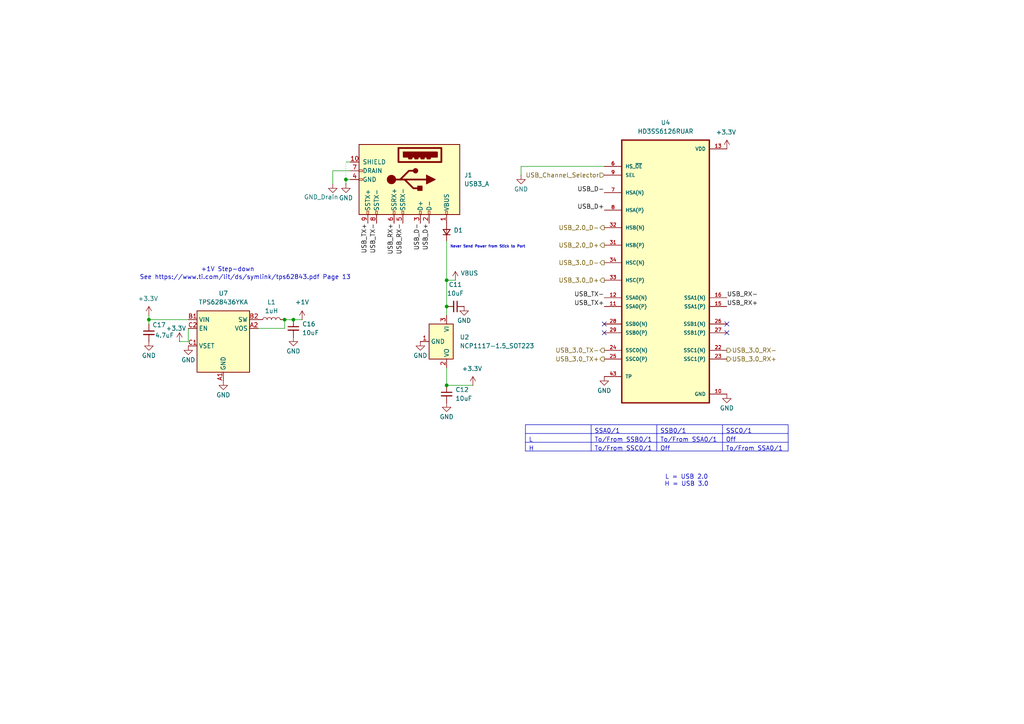
<source format=kicad_sch>
(kicad_sch (version 20250114) (generator "eeschema") (generator_version "9.0")
  (paper "A4")
  (lib_symbols
    (symbol "Connector:USB3_A" (pin_names (offset 1.016))
      (property "Reference" "J" (at -10.16 15.24 0))
      (property "Value" "USB3_A" (at 10.16 15.24 0))
      (symbol "USB3_A_0_0"
        (rectangle (start -9.144 8.636) (end -5.08 -3.81) (stroke (width 0.508)))
        (rectangle (start -7.874 7.366) (end -6.604 -2.286) (stroke (width 0.508)) (fill (type outline)))
        (rectangle (start -6.35 5.334) (end -6.096 4.572) (stroke (width 0.508)))
        (rectangle (start -6.35 3.556) (end -6.096 2.794) (stroke (width 0.508)))
        (rectangle (start -6.35 1.778) (end -6.096 1.016) (stroke (width 0.508)))
        (rectangle (start -6.35 0) (end -6.096 -0.762) (stroke (width 0.508)))
        (rectangle (start -2.794 -15.24) (end -2.286 -14.224))
        (rectangle (start -0.254 -15.24) (end 0.254 -14.224))
        (rectangle (start 10.16 10.414) (end 9.144 9.906))
        (rectangle (start 10.16 5.334) (end 9.144 4.826))
        (rectangle (start 10.16 2.794) (end 9.144 2.286))
        (rectangle (start 10.16 -2.286) (end 9.144 -2.794))
        (rectangle (start 10.16 -4.826) (end 9.144 -5.334))
        (rectangle (start 10.16 -9.906) (end 9.144 -10.414))
        (rectangle (start 10.16 -12.446) (end 9.144 -12.954))
      )
      (symbol "USB3_A_0_1"
        (rectangle (start -10.16 13.97) (end 10.16 -15.24) (stroke (width 0.254)) (fill (type background)))
      )
      (symbol "USB3_A_1_1"
        (circle (center -2.54 1.143) (radius 0.635) (stroke (width 0.254)) (fill (type outline)))
        (polyline (pts (xy -1.27 4.318) (xy 0 6.858) (xy 1.27 4.318) (xy -1.27 4.318)) (stroke (width 0.254)) (fill (type outline)))
        (polyline (pts (xy 0 -2.032) (xy 2.54 0.508) (xy 2.54 1.778)) (stroke (width 0.508)))
        (polyline (pts (xy 0 -3.302) (xy -2.54 -0.762) (xy -2.54 0.508)) (stroke (width 0.508)))
        (polyline (pts (xy 0 -5.842) (xy 0 4.318)) (stroke (width 0.508)))
        (circle (center 0 -5.842) (radius 1.27) (fill (type outline)))
        (rectangle (start 1.905 1.778) (end 3.175 3.048) (stroke (width 0.254)) (fill (type outline)))
        (pin passive line (at -5.08 -17.78 90) (length 2.54) (name "SHIELD") (number "10"))
        (pin passive line (at -2.54 -17.78 90) (length 2.54) (name "DRAIN") (number "7"))
        (pin power_in line (at 0 -17.78 90) (length 2.54) (name "GND") (number "4"))
        (pin power_in line (at 12.7 10.16 180) (length 2.54) (name "VBUS") (number "1"))
        (pin bidirectional line (at 12.7 5.08 180) (length 2.54) (name "D-") (number "2"))
        (pin bidirectional line (at 12.7 2.54 180) (length 2.54) (name "D+") (number "3"))
        (pin output line (at 12.7 -2.54 180) (length 2.54) (name "SSRX-") (number "5"))
        (pin output line (at 12.7 -5.08 180) (length 2.54) (name "SSRX+") (number "6"))
        (pin input line (at 12.7 -10.16 180) (length 2.54) (name "SSTX-") (number "8"))
        (pin input line (at 12.7 -12.7 180) (length 2.54) (name "SSTX+") (number "9"))
      )
    )
    (symbol "Device:C_Small" (pin_numbers (hide yes)) (pin_names (offset 0.254) (hide yes))
      (property "Reference" "C" (at 0.254 1.778 0))
      (property "Value" "C_Small" (at 0.254 -2.032 0))
      (symbol "C_Small_0_1"
        (polyline (pts (xy -1.524 0.508) (xy 1.524 0.508)) (stroke (width 0.3048)))
        (polyline (pts (xy -1.524 -0.508) (xy 1.524 -0.508)) (stroke (width 0.3302)))
      )
      (symbol "C_Small_1_1"
        (pin passive line (at 0 2.54 270) (length 2.032) (name "~") (number "1"))
        (pin passive line (at 0 -2.54 90) (length 2.032) (name "~") (number "2"))
      )
    )
    (symbol "Device:D_Small" (pin_numbers (hide yes)) (pin_names (offset 0.254) (hide yes))
      (property "Reference" "D" (at -1.27 2.032 0))
      (property "Value" "D_Small" (at -3.81 -2.032 0))
      (symbol "D_Small_0_1"
        (polyline (pts (xy -0.762 0) (xy 0.762 0)))
        (polyline (pts (xy -0.762 -1.016) (xy -0.762 1.016)) (stroke (width 0.254)))
        (polyline (pts (xy 0.762 -1.016) (xy -0.762 0) (xy 0.762 1.016) (xy 0.762 -1.016)) (stroke (width 0.254)))
      )
      (symbol "D_Small_1_1"
        (pin passive line (at -2.54 0 0) (length 1.778) (name "K") (number "1"))
        (pin passive line (at 2.54 0 180) (length 1.778) (name "A") (number "2"))
      )
    )
    (symbol "Device:L" (pin_numbers (hide yes)) (pin_names (offset 1.016) (hide yes))
      (property "Reference" "L" (at -1.27 0 90))
      (property "Value" "L" (at 1.905 0 90))
      (symbol "L_0_1"
        (arc (start 0 2.54) (mid 0.6323 1.905) (end 0 1.27))
        (arc (start 0 1.27) (mid 0.6323 0.635) (end 0 0))
        (arc (start 0 0) (mid 0.6323 -0.635) (end 0 -1.27))
        (arc (start 0 -1.27) (mid 0.6323 -1.905) (end 0 -2.54))
      )
      (symbol "L_1_1"
        (pin passive line (at 0 3.81 270) (length 1.27) (name "1") (number "1"))
        (pin passive line (at 0 -3.81 90) (length 1.27) (name "2") (number "2"))
      )
    )
    (symbol "E-ink_USB:HD3SS6126RUAR" (pin_names (offset 1.016))
      (property "Reference" "U" (at -12.7 39.1 0))
      (property "Value" "HD3SS6126RUAR" (at -12.7 -42.1 0))
      (symbol "HD3SS6126RUAR_0_0"
        (rectangle (start -12.7 -38.1) (end 12.7 38.1) (stroke (width 0.41)) (fill (type background)))
        (pin input line (at -17.78 30.48 0) (length 5.08) (name "HS_~{OE}") (number "6"))
        (pin input line (at -17.78 27.94 0) (length 5.08) (name "SEL") (number "9"))
        (pin bidirectional line (at -17.78 22.86 0) (length 5.08) (name "HSA(N)") (number "7"))
        (pin bidirectional line (at -17.78 17.78 0) (length 5.08) (name "HSA(P)") (number "8"))
        (pin bidirectional line (at -17.78 12.7 0) (length 5.08) (name "HSB(N)") (number "32"))
        (pin bidirectional line (at -17.78 7.62 0) (length 5.08) (name "HSB(P)") (number "31"))
        (pin bidirectional line (at -17.78 2.54 0) (length 5.08) (name "HSC(N)") (number "34"))
        (pin bidirectional line (at -17.78 -2.54 0) (length 5.08) (name "HSC(P)") (number "33"))
        (pin bidirectional line (at -17.78 -7.62 0) (length 5.08) (name "SSA0(N)") (number "12"))
        (pin bidirectional line (at -17.78 -10.16 0) (length 5.08) (name "SSA0(P)") (number "11"))
        (pin bidirectional line (at -17.78 -15.24 0) (length 5.08) (name "SSB0(N)") (number "28"))
        (pin bidirectional line (at -17.78 -17.78 0) (length 5.08) (name "SSB0(P)") (number "29"))
        (pin bidirectional line (at -17.78 -22.86 0) (length 5.08) (name "SSC0(N)") (number "24"))
        (pin bidirectional line (at -17.78 -25.4 0) (length 5.08) (name "SSC0(P)") (number "25"))
        (pin bidirectional line (at -17.78 -30.48 0) (length 5.08) (name "TP") (number "43"))
        (pin bidirectional line (at -17.78 -30.48 0) (length 5.08) (hide yes) (name "TP") (number "E1"))
        (pin bidirectional line (at -17.78 -30.48 0) (length 5.08) (hide yes) (name "TP") (number "E10"))
        (pin bidirectional line (at -17.78 -30.48 0) (length 5.08) (hide yes) (name "TP") (number "E11"))
        (pin bidirectional line (at -17.78 -30.48 0) (length 5.08) (hide yes) (name "TP") (number "E12"))
        (pin bidirectional line (at -17.78 -30.48 0) (length 5.08) (hide yes) (name "TP") (number "E13"))
        (pin bidirectional line (at -17.78 -30.48 0) (length 5.08) (hide yes) (name "TP") (number "E14"))
        (pin bidirectional line (at -17.78 -30.48 0) (length 5.08) (hide yes) (name "TP") (number "E2"))
        (pin bidirectional line (at -17.78 -30.48 0) (length 5.08) (hide yes) (name "TP") (number "E3"))
        (pin bidirectional line (at -17.78 -30.48 0) (length 5.08) (hide yes) (name "TP") (number "E4"))
        (pin bidirectional line (at -17.78 -30.48 0) (length 5.08) (hide yes) (name "TP") (number "E5"))
        (pin bidirectional line (at -17.78 -30.48 0) (length 5.08) (hide yes) (name "TP") (number "E6"))
        (pin bidirectional line (at -17.78 -30.48 0) (length 5.08) (hide yes) (name "TP") (number "E7"))
        (pin bidirectional line (at -17.78 -30.48 0) (length 5.08) (hide yes) (name "TP") (number "E8"))
        (pin bidirectional line (at -17.78 -30.48 0) (length 5.08) (hide yes) (name "TP") (number "E9"))
        (pin power_in line (at 17.78 35.56 180) (length 5.08) (name "VDD") (number "13"))
        (pin power_in line (at 17.78 35.56 180) (length 5.08) (hide yes) (name "VDD") (number "20"))
        (pin power_in line (at 17.78 35.56 180) (length 5.08) (hide yes) (name "VDD") (number "30"))
        (pin bidirectional line (at 17.78 -7.62 180) (length 5.08) (name "SSA1(N)") (number "16"))
        (pin bidirectional line (at 17.78 -10.16 180) (length 5.08) (name "SSA1(P)") (number "15"))
        (pin bidirectional line (at 17.78 -15.24 180) (length 5.08) (name "SSB1(N)") (number "26"))
        (pin bidirectional line (at 17.78 -17.78 180) (length 5.08) (name "SSB1(P)") (number "27"))
        (pin bidirectional line (at 17.78 -22.86 180) (length 5.08) (name "SSC1(N)") (number "22"))
        (pin bidirectional line (at 17.78 -25.4 180) (length 5.08) (name "SSC1(P)") (number "23"))
        (pin power_in line (at 17.78 -35.56 180) (length 5.08) (name "GND") (number "10"))
        (pin power_in line (at 17.78 -35.56 180) (length 5.08) (hide yes) (name "GND") (number "14"))
        (pin power_in line (at 17.78 -35.56 180) (length 5.08) (hide yes) (name "GND") (number "17"))
        (pin power_in line (at 17.78 -35.56 180) (length 5.08) (hide yes) (name "GND") (number "19"))
        (pin power_in line (at 17.78 -35.56 180) (length 5.08) (hide yes) (name "GND") (number "21"))
      )
    )
    (symbol "Regulator_Linear:NCP1117-1.5_SOT223"
      (property "Reference" "U" (at -3.81 3.175 0))
      (property "Value" "NCP1117-1.5_SOT223" (at 0 3.175 0))
      (symbol "NCP1117-1.5_SOT223_0_1"
        (rectangle (start -5.08 -5.08) (end 5.08 1.905) (stroke (width 0.254)) (fill (type background)))
      )
      (symbol "NCP1117-1.5_SOT223_1_1"
        (pin power_in line (at -7.62 0 0) (length 2.54) (name "VI") (number "3"))
        (pin power_in line (at 0 -7.62 90) (length 2.54) (name "GND") (number "1"))
        (pin power_out line (at 7.62 0 180) (length 2.54) (name "VO") (number "2"))
      )
    )
    (symbol "Regulator_Switching:TPS628436YKA"
      (property "Reference" "U" (at -7.62 11.43 0))
      (property "Value" "TPS628436YKA" (at -1.27 11.43 0))
      (symbol "TPS628436YKA_0_1"
        (rectangle (start -7.62 10.16) (end 7.62 -7.62) (stroke (width 0.254)) (fill (type background)))
      )
      (symbol "TPS628436YKA_1_1"
        (pin power_in line (at -10.16 7.62 0) (length 2.54) (name "VIN") (number "B1"))
        (pin input line (at -10.16 5.08 0) (length 2.54) (name "EN") (number "C2"))
        (pin input line (at -10.16 0 0) (length 2.54) (name "VSET") (number "C1"))
        (pin power_in line (at 0 -10.16 90) (length 2.54) (name "GND") (number "A1"))
        (pin power_out line (at 10.16 7.62 180) (length 2.54) (name "SW") (number "B2"))
        (pin input line (at 10.16 5.08 180) (length 2.54) (name "VOS") (number "A2"))
      )
    )
    (symbol "power:+1V0" (power) (pin_numbers (hide yes)) (pin_names (offset 0) (hide yes))
      (property "Value" "+1V0" (at 0 3.556 0))
      (symbol "+1V0_0_1"
        (polyline (pts (xy -0.762 1.27) (xy 0 2.54)))
        (polyline (pts (xy 0 2.54) (xy 0.762 1.27)))
        (polyline (pts (xy 0 0) (xy 0 2.54)))
      )
      (symbol "+1V0_1_1"
        (pin power_in line (at 0 0 90) (length 0) (name "~") (number "1"))
      )
    )
    (symbol "power:+3.3V" (power) (pin_numbers (hide yes)) (pin_names (offset 0) (hide yes))
      (property "Value" "+3.3V" (at 0 3.556 0))
      (symbol "+3.3V_0_1"
        (polyline (pts (xy -0.762 1.27) (xy 0 2.54)))
        (polyline (pts (xy 0 2.54) (xy 0.762 1.27)))
        (polyline (pts (xy 0 0) (xy 0 2.54)))
      )
      (symbol "+3.3V_1_1"
        (pin power_in line (at 0 0 90) (length 0) (name "~") (number "1"))
      )
    )
    (symbol "power:GND" (power) (pin_numbers (hide yes)) (pin_names (offset 0) (hide yes))
      (property "Value" "GND" (at 0 -3.81 0))
      (symbol "GND_0_1"
        (polyline (pts (xy 0 0) (xy 0 -1.27) (xy 1.27 -1.27) (xy 0 -2.54) (xy -1.27 -1.27) (xy 0 -1.27)))
      )
      (symbol "GND_1_1"
        (pin power_in line (at 0 0 270) (length 0) (name "~") (number "1"))
      )
    )
    (symbol "power:GND1" (power) (pin_numbers (hide yes)) (pin_names (offset 0) (hide yes))
      (property "Value" "GND1" (at 0 -3.81 0))
      (symbol "GND1_0_1"
        (polyline (pts (xy 0 0) (xy 0 -1.27) (xy 1.27 -1.27) (xy 0 -2.54) (xy -1.27 -1.27) (xy 0 -1.27)))
      )
      (symbol "GND1_1_1"
        (pin power_in line (at 0 0 270) (length 0) (name "~") (number "1"))
      )
    )
    (symbol "power:VBUS" (power) (pin_numbers (hide yes)) (pin_names (offset 0) (hide yes))
      (property "Value" "VBUS" (at 0 3.556 0))
      (symbol "VBUS_0_1"
        (polyline (pts (xy -0.762 1.27) (xy 0 2.54)))
        (polyline (pts (xy 0 2.54) (xy 0.762 1.27)))
        (polyline (pts (xy 0 0) (xy 0 2.54)))
      )
      (symbol "VBUS_1_1"
        (pin power_in line (at 0 0 90) (length 0) (name "~") (number "1"))
      )
    )
  )
  (text "+1V Step-down" (at 66.04 78.232 0) (effects (font (size 1.27 1.27))))
  (text "L = USB 2.0\nH = USB 3.0\n" (at 199.136 139.446 0) (effects (font (size 1.27 1.27))))
  (text "See https://www.ti.com/lit/ds/symlink/tps62843.pdf Page 13\n" (at 71.12 80.518 0) (effects (font (size 1.27 1.27))))
  (text "Never Send Power from Stick to Port" (at 141.478 71.628 0) (effects (font (size 0.762 0.762))))
  (junction (at 129.54 81.28))
  (junction (at 129.54 88.9))
  (junction (at 85.09 92.71))
  (junction (at 43.18 92.71))
  (junction (at 82.55 92.71))
  (junction (at 129.54 111.76))
  (junction (at 100.33 52.07))
  (no_connect (at 175.26 96.52))
  (no_connect (at 210.82 93.98))
  (no_connect (at 175.26 93.98))
  (no_connect (at 210.82 96.52))
  (wire (pts (xy 100.33 53.34) (xy 100.33 52.07)))
  (wire (pts (xy 100.33 46.99) (xy 101.6 46.99)))
  (wire (pts (xy 129.54 88.9) (xy 129.54 91.44)))
  (wire (pts (xy 129.54 69.85) (xy 129.54 81.28)))
  (wire (pts (xy 82.55 95.25) (xy 82.55 92.71)))
  (wire (pts (xy 85.09 92.71) (xy 87.63 92.71)))
  (wire (pts (xy 151.13 48.26) (xy 175.26 48.26)))
  (wire (pts (xy 43.18 92.71) (xy 54.61 92.71)))
  (wire (pts (xy 129.54 111.76) (xy 137.16 111.76)))
  (wire (pts (xy 100.33 52.07) (xy 100.33 46.99)) (stroke (width 0) (type dot)))
  (wire (pts (xy 54.61 99.06) (xy 52.07 99.06)))
  (wire (pts (xy 129.54 106.68) (xy 129.54 111.76)))
  (wire (pts (xy 151.13 50.8) (xy 151.13 48.26)))
  (wire (pts (xy 96.52 49.53) (xy 96.52 53.34)))
  (wire (pts (xy 43.18 93.98) (xy 43.18 92.71)))
  (wire (pts (xy 101.6 49.53) (xy 96.52 49.53)))
  (wire (pts (xy 82.55 92.71) (xy 85.09 92.71)))
  (wire (pts (xy 129.54 81.28) (xy 132.08 81.28)))
  (wire (pts (xy 129.54 81.28) (xy 129.54 88.9)))
  (wire (pts (xy 100.33 52.07) (xy 101.6 52.07)))
  (wire (pts (xy 54.61 95.25) (xy 54.61 99.06)))
  (wire (pts (xy 43.18 91.44) (xy 43.18 92.71)))
  (wire (pts (xy 74.93 95.25) (xy 82.55 95.25)))
  (table (column_count 4) (border (external yes) (header yes)) (separators (rows yes) (cols yes)) (column_widths 19.05 19.05 19.05 19.05) (row_heights 2.54 2.54 2.54) (cells (table_cell "" (at 152.4 123.19 0) (size 19.05 2.54) (margins 0.9525 0.9525 0.9525 0.9525) (span 1 1)) (table_cell "SSA0/1 " (at 171.45 123.19 0) (size 19.05 2.54) (margins 0.9525 0.9525 0.9525 0.9525) (span 1 1)) (table_cell "SSB0/1 " (at 190.5 123.19 0) (size 19.05 2.54) (margins 0.9525 0.9525 0.9525 0.9525) (span 1 1)) (table_cell "SSC0/1 " (at 209.55 123.19 0) (size 19.05 2.54) (margins 0.9525 0.9525 0.9525 0.9525) (span 1 1)) (table_cell "L" (at 152.4 125.73 0) (size 19.05 2.54) (margins 0.9525 0.9525 0.9525 0.9525) (span 1 1)) (table_cell "To/From SSB0/1 " (at 171.45 125.73 0) (size 19.05 2.54) (margins 0.9525 0.9525 0.9525 0.9525) (span 1 1)) (table_cell "To/From SSA0/1 " (at 190.5 125.73 0) (size 19.05 2.54) (margins 0.9525 0.9525 0.9525 0.9525) (span 1 1)) (table_cell "Off" (at 209.55 125.73 0) (size 19.05 2.54) (margins 0.9525 0.9525 0.9525 0.9525) (span 1 1)) (table_cell "H" (at 152.4 128.27 0) (size 19.05 2.54) (margins 0.9525 0.9525 0.9525 0.9525) (span 1 1)) (table_cell "To/From SSC0/1" (at 171.45 128.27 0) (size 19.05 2.54) (margins 0.9525 0.9525 0.9525 0.9525) (span 1 1)) (table_cell "Off" (at 190.5 128.27 0) (size 19.05 2.54) (margins 0.9525 0.9525 0.9525 0.9525) (span 1 1)) (table_cell "To/From SSA0/1" (at 209.55 128.27 0) (size 19.05 2.54) (margins 0.9525 0.9525 0.9525 0.9525) (span 1 1))))
  (label "USB_D+" (at 124.46 64.77 270))
  (label "USB_RX+" (at 210.82 88.9 0))
  (label "USB_TX-" (at 175.26 86.36 180))
  (label "USB_RX-" (at 210.82 86.36 0))
  (label "USB_D-" (at 175.26 55.88 180))
  (label "USB_D+" (at 175.26 60.96 180))
  (label "USB_RX+" (at 114.3 64.77 270))
  (label "USB_RX-" (at 116.84 64.77 270))
  (label "USB_TX+" (at 175.26 88.9 180))
  (label "USB_TX-" (at 109.22 64.77 270))
  (label "USB_TX+" (at 106.68 64.77 270))
  (label "USB_D-" (at 121.92 64.77 270))
  (hierarchical_label "USB_3.0_D-" (shape output) (at 175.26 76.2 180))
  (hierarchical_label "USB_2.0_D-" (shape output) (at 175.26 66.04 180))
  (hierarchical_label "USB_3.0_D+" (shape output) (at 175.26 81.28 180))
  (hierarchical_label "USB_3.0_RX+" (shape output) (at 210.82 104.14 0))
  (hierarchical_label "USB_2.0_D+" (shape output) (at 175.26 71.12 180))
  (hierarchical_label "USB_3.0_RX-" (shape output) (at 210.82 101.6 0))
  (hierarchical_label "USB_3.0_TX+" (shape output) (at 175.26 104.14 180))
  (hierarchical_label "USB_3.0_TX-" (shape output) (at 175.26 101.6 180))
  (hierarchical_label "USB_Channel_Selector" (shape input) (at 175.26 50.8 180))
  (symbol (lib_id "power:GND") (at 175.26 109.22 0) (unit 1)
    (property "Reference" "#PWR027" (effects (hide yes)))
    (property "Value" "GND" (at 175.26 113.284 0))
    (property "Description" "Power symbol creates a global label with name \"GND\" , ground" (effects (hide yes)))
  )
  (symbol (lib_id "Regulator_Switching:TPS628436YKA") (at 64.77 100.33 0) (unit 1)
    (property "Reference" "U7" (at 64.77 85.09 0))
    (property "Value" "TPS628436YKA" (at 64.77 87.63 0))
    (property "Footprint" "Package_BGA:Texas_DSBGA-6_0.757x1.01mm_Layout2x3_P0.35mm" (effects (hide yes)))
    (property "Datasheet" "https://www.ti.com/lit/ds/symlink/tps62843.pdf" (effects (hide yes)))
    (property "Description" "600mA Step-Down Converter with DCS-Control, ultra-low Iq, 1.8-5.5 Vin, 0.4-0.8 Vout, WLCSP-6" (effects (hide yes)))
  )
  (symbol (lib_id "Device:C_Small") (at 132.08 88.9 270) (unit 1)
    (property "Reference" "C11" (at 132.0736 82.55 90))
    (property "Value" "10uF" (at 132.0736 85.09 90))
    (property "Footprint" "Module:RaspberryPi_Pico_Common_Unspecified" (effects (hide yes)))
    (property "Description" "Unpolarized capacitor, small symbol" (effects (hide yes)))
  )
  (symbol (lib_id "Device:D_Small") (at 129.54 67.31 90) (unit 1)
    (property "Reference" "D1" (at 131.572 66.802 90) (effects (justify right)))
    (property "Value" "D_Small" (effects (hide yes)))
    (property "Description" "Diode, small symbol" (effects (hide yes)))
    (property "Sim.Device" "D" (effects (hide yes)))
    (property "Sim.Pins" "1=K 2=A" (effects (hide yes)))
  )
  (symbol (lib_id "power:GND") (at 100.33 53.34 0) (unit 1)
    (property "Reference" "#PWR030" (effects (hide yes)))
    (property "Value" "GND" (at 100.33 57.404 0))
    (property "Description" "Power symbol creates a global label with name \"GND\" , ground" (effects (hide yes)))
  )
  (symbol (lib_id "Device:C_Small") (at 85.09 95.25 0) (unit 1)
    (property "Reference" "C16" (at 87.63 93.9862 0) (effects (justify left)))
    (property "Value" "10uF" (at 87.63 96.5262 0) (effects (justify left)))
    (property "Description" "Unpolarized capacitor, small symbol" (effects (hide yes)))
  )
  (symbol (lib_id "power:+3.3V") (at 43.18 91.44 0) (unit 1)
    (property "Reference" "#PWR035" (effects (hide yes)))
    (property "Value" "+3.3V" (at 42.926 86.614 0))
    (property "Description" "Power symbol creates a global label with name \"+3.3V\"" (effects (hide yes)))
  )
  (symbol (lib_id "power:GND") (at 151.13 50.8 0) (unit 1)
    (property "Reference" "#PWR026" (effects (hide yes)))
    (property "Value" "GND" (at 151.13 54.864 0))
    (property "Description" "Power symbol creates a global label with name \"GND\" , ground" (effects (hide yes)))
  )
  (symbol (lib_id "power:+1V0") (at 87.63 92.71 0) (unit 1)
    (property "Reference" "#PWR031" (effects (hide yes)))
    (property "Value" "+1V" (at 87.63 87.63 0))
    (property "Description" "Power symbol creates a global label with name \"+1V0\"" (effects (hide yes)))
  )
  (symbol (lib_id "power:GND1") (at 96.52 53.34 0) (unit 1)
    (property "Reference" "#PWR022" (effects (hide yes)))
    (property "Value" "GND_Drain" (at 88.138 57.15 0) (effects (justify left)))
    (property "Description" "Power symbol creates a global label with name \"GND1\" , ground" (effects (hide yes)))
  )
  (symbol (lib_id "power:GND") (at 64.77 110.49 0) (unit 1)
    (property "Reference" "#PWR033" (effects (hide yes)))
    (property "Value" "GND" (at 64.77 114.554 0))
    (property "Description" "Power symbol creates a global label with name \"GND\" , ground" (effects (hide yes)))
  )
  (symbol (lib_id "power:VBUS") (at 132.08 81.28 0) (unit 1)
    (property "Reference" "#PWR09" (effects (hide yes)))
    (property "Value" "VBUS" (at 136.144 79.248 0))
    (property "Description" "Power symbol creates a global label with name \"VBUS\"" (effects (hide yes)))
  )
  (symbol (lib_id "power:+3.3V") (at 137.16 111.76 0) (unit 1)
    (property "Reference" "#PWR012" (effects (hide yes)))
    (property "Value" "+3.3V" (at 136.906 106.934 0))
    (property "Description" "Power symbol creates a global label with name \"+3.3V\"" (effects (hide yes)))
  )
  (symbol (lib_id "power:GND") (at 129.54 116.84 0) (unit 1)
    (property "Reference" "#PWR013" (effects (hide yes)))
    (property "Value" "GND" (at 129.54 120.904 0))
    (property "Description" "Power symbol creates a global label with name \"GND\" , ground" (effects (hide yes)))
  )
  (symbol (lib_id "power:GND") (at 121.92 99.06 0) (unit 1)
    (property "Reference" "#PWR011" (effects (hide yes)))
    (property "Value" "GND" (at 121.92 103.124 0))
    (property "Description" "Power symbol creates a global label with name \"GND\" , ground" (effects (hide yes)))
  )
  (symbol (lib_id "power:GND") (at 210.82 114.3 0) (unit 1)
    (property "Reference" "#PWR024" (effects (hide yes)))
    (property "Value" "GND" (at 210.82 118.364 0))
    (property "Description" "Power symbol creates a global label with name \"GND\" , ground" (effects (hide yes)))
  )
  (symbol (lib_id "power:GND") (at 43.18 99.06 0) (unit 1)
    (property "Reference" "#PWR034" (effects (hide yes)))
    (property "Value" "GND" (at 43.18 103.124 0))
    (property "Description" "Power symbol creates a global label with name \"GND\" , ground" (effects (hide yes)))
  )
  (symbol (lib_id "Regulator_Linear:NCP1117-1.5_SOT223") (at 129.54 99.06 270) (unit 1)
    (property "Reference" "U2" (at 133.35 97.7899 90) (effects (justify left)))
    (property "Value" "NCP1117-1.5_SOT223" (at 133.35 100.3299 90) (effects (justify left)))
    (property "Footprint" "Package_TO_SOT_SMD:SOT-223-3_TabPin2" (effects (hide yes)))
    (property "Datasheet" "http://www.onsemi.com/pub_link/Collateral/NCP1117-D.PDF" (effects (hide yes)))
    (property "Description" "1A Low drop-out regulator, Fixed Output 1.5V, SOT-223" (effects (hide yes)))
  )
  (symbol (lib_id "power:GND") (at 134.62 88.9 0) (unit 1)
    (property "Reference" "#PWR010" (effects (hide yes)))
    (property "Value" "GND" (at 134.62 92.964 0))
    (property "Description" "Power symbol creates a global label with name \"GND\" , ground" (effects (hide yes)))
  )
  (symbol (lib_id "power:GND") (at 54.61 100.33 0) (unit 1)
    (property "Reference" "#PWR029" (effects (hide yes)))
    (property "Value" "GND" (at 54.61 104.394 0))
    (property "Description" "Power symbol creates a global label with name \"GND\" , ground" (effects (hide yes)))
  )
  (symbol (lib_id "Device:L") (at 78.74 92.71 90) (unit 1)
    (property "Reference" "L1" (at 78.74 87.63 90))
    (property "Value" "1uH" (at 78.74 90.17 90))
    (property "Description" "Inductor" (effects (hide yes)))
  )
  (symbol (lib_id "power:+3.3V") (at 52.07 99.06 0) (unit 1)
    (property "Reference" "#PWR036" (effects (hide yes)))
    (property "Value" "+3.3V" (at 51.054 95.25 0))
    (property "Description" "Power symbol creates a global label with name \"+3.3V\"" (effects (hide yes)))
  )
  (symbol (lib_id "Device:C_Small") (at 43.18 96.52 0) (unit 1)
    (property "Reference" "C17" (at 44.196 94.234 0) (effects (justify left)))
    (property "Value" "4.7uF" (at 44.958 97.282 0) (effects (justify left)))
    (property "Description" "Unpolarized capacitor, small symbol" (effects (hide yes)))
  )
  (symbol (lib_id "power:GND") (at 85.09 97.79 0) (unit 1)
    (property "Reference" "#PWR032" (effects (hide yes)))
    (property "Value" "GND" (at 85.09 101.854 0))
    (property "Description" "Power symbol creates a global label with name \"GND\" , ground" (effects (hide yes)))
  )
  (symbol (lib_id "power:+3.3V") (at 210.82 43.18 0) (unit 1)
    (property "Reference" "#PWR028" (effects (hide yes)))
    (property "Value" "+3.3V" (at 210.566 38.354 0))
    (property "Description" "Power symbol creates a global label with name \"+3.3V\"" (effects (hide yes)))
  )
  (symbol (lib_id "E-ink_USB:HD3SS6126RUAR") (at 193.04 78.74 0) (unit 1)
    (property "Reference" "U4" (at 193.04 35.56 0))
    (property "Value" "HD3SS6126RUAR" (at 193.04 38.1 0))
    (property "Footprint" "E-ink_USB:QFN50P900X350X80-43N" (effects (hide yes)))
    (property "MF" "Texas Instruments" (effects (hide yes)))
    (property "Description_1" "USB 3.0 + USB2.0 Differential Switch 2:1/1:2 MUX/DEMUX" (effects (hide yes)))
    (property "Package" "WQFN-42 Texas Instruments" (effects (hide yes)))
    (property "Price" "None" (effects (hide yes)))
    (property "SnapEDA_Link" "https://www.snapeda.com/parts/HD3SS6126RUAR/Texas+Instruments/view-part/?ref=snap" (effects (hide yes)))
    (property "MP" "HD3SS6126RUAR" (effects (hide yes)))
    (property "Purchase-URL" "https://www.snapeda.com/api/url_track_click_mouser/?unipart_id=803974&manufacturer=Texas Instruments&part_name=HD3SS6126RUAR&search_term=None" (effects (hide yes)))
    (property "Availability" "In Stock" (effects (hide yes)))
    (property "Check_prices" "https://www.snapeda.com/parts/HD3SS6126RUAR/Texas+Instruments/view-part/?ref=eda" (effects (hide yes)))
  )
  (symbol (lib_id "Device:C_Small") (at 129.54 114.3 0) (unit 1)
    (property "Reference" "C12" (at 132.08 113.0362 0) (effects (justify left)))
    (property "Value" "10uF" (at 132.08 115.5762 0) (effects (justify left)))
    (property "Footprint" "Module:RaspberryPi_Pico_Common_Unspecified" (effects (hide yes)))
    (property "Description" "Unpolarized capacitor, small symbol" (effects (hide yes)))
  )
  (symbol (lib_id "Connector:USB3_A") (at 119.38 52.07 270) (unit 1)
    (property "Reference" "J1" (at 134.62 50.7999 90) (effects (justify left)))
    (property "Value" "USB3_A" (at 134.62 53.3399 90) (effects (justify left)))
    (property "Description" "USB 3.0 A connector" (effects (hide yes)))
  )
)
</source>
